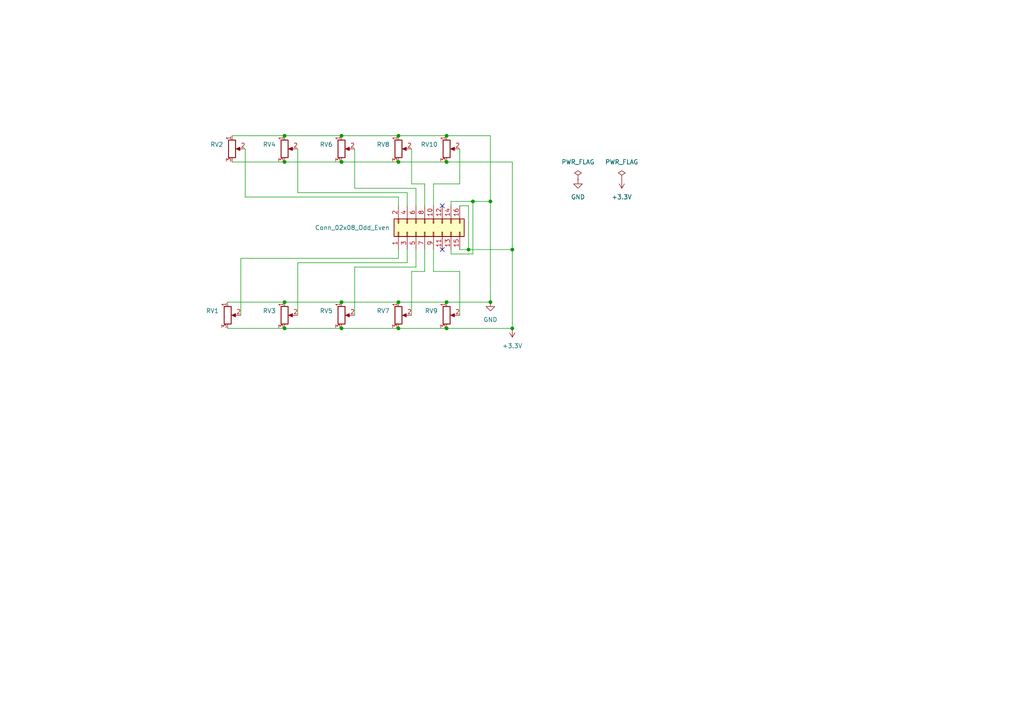
<source format=kicad_sch>
(kicad_sch (version 20231120) (generator "eeschema") (generator_version "8.0")
  (paper "A4")
  (lib_symbols
    (symbol "Connector_Generic:Conn_02x08_Odd_Even" (pin_names (offset 1.016) hide)
      (property "Reference" "J" (at 1.27 10.16 0))
      (property "Value" "Conn_02x08_Odd_Even" (at 1.27 -12.7 0))
      (symbol "Conn_02x08_Odd_Even_1_1"
        (rectangle (start -1.27 -10.033) (end 0 -10.287) (stroke (width 0.1524)))
        (rectangle (start -1.27 -7.493) (end 0 -7.747) (stroke (width 0.1524)))
        (rectangle (start -1.27 -4.953) (end 0 -5.207) (stroke (width 0.1524)))
        (rectangle (start -1.27 -2.413) (end 0 -2.667) (stroke (width 0.1524)))
        (rectangle (start -1.27 0.127) (end 0 -0.127) (stroke (width 0.1524)))
        (rectangle (start -1.27 2.667) (end 0 2.413) (stroke (width 0.1524)))
        (rectangle (start -1.27 5.207) (end 0 4.953) (stroke (width 0.1524)))
        (rectangle (start -1.27 7.747) (end 0 7.493) (stroke (width 0.1524)))
        (rectangle (start -1.27 8.89) (end 3.81 -11.43) (stroke (width 0.254)) (fill (type background)))
        (rectangle (start 3.81 -10.033) (end 2.54 -10.287) (stroke (width 0.1524)))
        (rectangle (start 3.81 -7.493) (end 2.54 -7.747) (stroke (width 0.1524)))
        (rectangle (start 3.81 -4.953) (end 2.54 -5.207) (stroke (width 0.1524)))
        (rectangle (start 3.81 -2.413) (end 2.54 -2.667) (stroke (width 0.1524)))
        (rectangle (start 3.81 0.127) (end 2.54 -0.127) (stroke (width 0.1524)))
        (rectangle (start 3.81 2.667) (end 2.54 2.413) (stroke (width 0.1524)))
        (rectangle (start 3.81 5.207) (end 2.54 4.953) (stroke (width 0.1524)))
        (rectangle (start 3.81 7.747) (end 2.54 7.493) (stroke (width 0.1524)))
        (pin passive line (at -5.08 7.62 0) (length 3.81) (name "Pin_1") (number "1"))
        (pin passive line (at 7.62 -2.54 180) (length 3.81) (name "Pin_10") (number "10"))
        (pin passive line (at -5.08 -5.08 0) (length 3.81) (name "Pin_11") (number "11"))
        (pin passive line (at 7.62 -5.08 180) (length 3.81) (name "Pin_12") (number "12"))
        (pin passive line (at -5.08 -7.62 0) (length 3.81) (name "Pin_13") (number "13"))
        (pin passive line (at 7.62 -7.62 180) (length 3.81) (name "Pin_14") (number "14"))
        (pin passive line (at -5.08 -10.16 0) (length 3.81) (name "Pin_15") (number "15"))
        (pin passive line (at 7.62 -10.16 180) (length 3.81) (name "Pin_16") (number "16"))
        (pin passive line (at 7.62 7.62 180) (length 3.81) (name "Pin_2") (number "2"))
        (pin passive line (at -5.08 5.08 0) (length 3.81) (name "Pin_3") (number "3"))
        (pin passive line (at 7.62 5.08 180) (length 3.81) (name "Pin_4") (number "4"))
        (pin passive line (at -5.08 2.54 0) (length 3.81) (name "Pin_5") (number "5"))
        (pin passive line (at 7.62 2.54 180) (length 3.81) (name "Pin_6") (number "6"))
        (pin passive line (at -5.08 0 0) (length 3.81) (name "Pin_7") (number "7"))
        (pin passive line (at 7.62 0 180) (length 3.81) (name "Pin_8") (number "8"))
        (pin passive line (at -5.08 -2.54 0) (length 3.81) (name "Pin_9") (number "9"))
      )
    )
    (symbol "Device:R_Potentiometer" (pin_names (offset 1.016) hide)
      (property "Reference" "RV" (at -4.445 0 90))
      (property "Value" "R_Potentiometer" (at -2.54 0 90))
      (symbol "R_Potentiometer_0_1"
        (polyline (pts (xy 2.54 0) (xy 1.524 0)))
        (polyline (pts (xy 1.143 0) (xy 2.286 0.508) (xy 2.286 -0.508) (xy 1.143 0)) (fill (type outline)))
        (rectangle (start 1.016 2.54) (end -1.016 -2.54) (stroke (width 0.254)))
      )
      (symbol "R_Potentiometer_1_1"
        (pin passive line (at 0 3.81 270) (length 1.27) (name "1") (number "1"))
        (pin passive line (at 3.81 0 180) (length 1.27) (name "2") (number "2"))
        (pin passive line (at 0 -3.81 90) (length 1.27) (name "3") (number "3"))
      )
    )
    (symbol "power:+3.3V" (power) (pin_numbers hide) (pin_names (offset 0) hide)
      (property "Value" "+3.3V" (at 0 3.556 0))
      (symbol "+3.3V_0_1"
        (polyline (pts (xy -0.762 1.27) (xy 0 2.54)))
        (polyline (pts (xy 0 0) (xy 0 2.54)))
        (polyline (pts (xy 0 2.54) (xy 0.762 1.27)))
      )
      (symbol "+3.3V_1_1"
        (pin power_in line (at 0 0 90) (length 0) (name "~") (number "1"))
      )
    )
    (symbol "power:GND" (power) (pin_numbers hide) (pin_names (offset 0) hide)
      (property "Value" "GND" (at 0 -3.81 0))
      (symbol "GND_0_1"
        (polyline (pts (xy 0 0) (xy 0 -1.27) (xy 1.27 -1.27) (xy 0 -2.54) (xy -1.27 -1.27) (xy 0 -1.27)))
      )
      (symbol "GND_1_1"
        (pin power_in line (at 0 0 270) (length 0) (name "~") (number "1"))
      )
    )
    (symbol "power:PWR_FLAG" (power) (pin_numbers hide) (pin_names (offset 0) hide)
      (property "Value" "PWR_FLAG" (at 0 3.81 0))
      (symbol "PWR_FLAG_0_0"
        (pin power_out line (at 0 0 90) (length 0) (name "~") (number "1"))
      )
      (symbol "PWR_FLAG_0_1"
        (polyline (pts (xy 0 0) (xy 0 1.27) (xy -1.016 1.905) (xy 0 2.54) (xy 1.016 1.905) (xy 0 1.27)))
      )
    )
  )
  (junction (at 148.59 95.25))
  (junction (at 82.55 46.99))
  (junction (at 99.06 95.25))
  (junction (at 129.54 87.63))
  (junction (at 115.57 87.63))
  (junction (at 82.55 39.37))
  (junction (at 135.89 72.39))
  (junction (at 142.24 58.42))
  (junction (at 129.54 46.99))
  (junction (at 82.55 95.25))
  (junction (at 82.55 87.63))
  (junction (at 115.57 39.37))
  (junction (at 115.57 46.99))
  (junction (at 99.06 87.63))
  (junction (at 137.16 58.42))
  (junction (at 129.54 39.37))
  (junction (at 129.54 95.25))
  (junction (at 148.59 72.39))
  (junction (at 99.06 46.99))
  (junction (at 115.57 95.25))
  (junction (at 99.06 39.37))
  (junction (at 142.24 87.63))
  (no_connect (at 128.27 72.39))
  (no_connect (at 128.27 59.69))
  (wire (pts (xy 142.24 39.37) (xy 142.24 58.42)))
  (wire (pts (xy 67.31 46.99) (xy 82.55 46.99)))
  (wire (pts (xy 120.65 77.47) (xy 120.65 72.39)))
  (wire (pts (xy 119.38 53.34) (xy 119.38 43.18)))
  (wire (pts (xy 99.06 46.99) (xy 115.57 46.99)))
  (wire (pts (xy 135.89 59.69) (xy 135.89 72.39)))
  (wire (pts (xy 148.59 72.39) (xy 148.59 95.25)))
  (wire (pts (xy 115.57 39.37) (xy 129.54 39.37)))
  (wire (pts (xy 99.06 39.37) (xy 115.57 39.37)))
  (wire (pts (xy 82.55 87.63) (xy 99.06 87.63)))
  (wire (pts (xy 102.87 91.44) (xy 102.87 77.47)))
  (wire (pts (xy 129.54 46.99) (xy 148.59 46.99)))
  (wire (pts (xy 133.35 53.34) (xy 133.35 43.18)))
  (wire (pts (xy 102.87 77.47) (xy 120.65 77.47)))
  (wire (pts (xy 86.36 55.88) (xy 118.11 55.88)))
  (wire (pts (xy 120.65 59.69) (xy 120.65 54.61)))
  (wire (pts (xy 142.24 58.42) (xy 142.24 87.63)))
  (wire (pts (xy 115.57 59.69) (xy 115.57 57.15)))
  (wire (pts (xy 135.89 72.39) (xy 148.59 72.39)))
  (wire (pts (xy 130.81 72.39) (xy 130.81 73.66)))
  (wire (pts (xy 125.73 78.74) (xy 125.73 72.39)))
  (wire (pts (xy 115.57 74.93) (xy 115.57 72.39)))
  (wire (pts (xy 69.85 74.93) (xy 115.57 74.93)))
  (wire (pts (xy 66.04 87.63) (xy 82.55 87.63)))
  (wire (pts (xy 86.36 43.18) (xy 86.36 55.88)))
  (wire (pts (xy 86.36 91.44) (xy 86.36 76.2)))
  (wire (pts (xy 133.35 78.74) (xy 125.73 78.74)))
  (wire (pts (xy 67.31 39.37) (xy 82.55 39.37)))
  (wire (pts (xy 123.19 59.69) (xy 123.19 53.34)))
  (wire (pts (xy 115.57 95.25) (xy 129.54 95.25)))
  (wire (pts (xy 129.54 39.37) (xy 142.24 39.37)))
  (wire (pts (xy 148.59 46.99) (xy 148.59 72.39)))
  (wire (pts (xy 137.16 73.66) (xy 130.81 73.66)))
  (wire (pts (xy 119.38 91.44) (xy 119.38 78.74)))
  (wire (pts (xy 115.57 46.99) (xy 129.54 46.99)))
  (wire (pts (xy 119.38 78.74) (xy 123.19 78.74)))
  (wire (pts (xy 129.54 87.63) (xy 142.24 87.63)))
  (wire (pts (xy 133.35 91.44) (xy 133.35 78.74)))
  (wire (pts (xy 99.06 87.63) (xy 115.57 87.63)))
  (wire (pts (xy 99.06 95.25) (xy 115.57 95.25)))
  (wire (pts (xy 137.16 58.42) (xy 142.24 58.42)))
  (wire (pts (xy 125.73 53.34) (xy 133.35 53.34)))
  (wire (pts (xy 130.81 59.69) (xy 130.81 58.42)))
  (wire (pts (xy 82.55 46.99) (xy 99.06 46.99)))
  (wire (pts (xy 137.16 58.42) (xy 137.16 73.66)))
  (wire (pts (xy 102.87 54.61) (xy 102.87 43.18)))
  (wire (pts (xy 69.85 91.44) (xy 69.85 74.93)))
  (wire (pts (xy 133.35 59.69) (xy 135.89 59.69)))
  (wire (pts (xy 115.57 57.15) (xy 71.12 57.15)))
  (wire (pts (xy 123.19 53.34) (xy 119.38 53.34)))
  (wire (pts (xy 115.57 87.63) (xy 129.54 87.63)))
  (wire (pts (xy 118.11 76.2) (xy 118.11 72.39)))
  (wire (pts (xy 118.11 55.88) (xy 118.11 59.69)))
  (wire (pts (xy 71.12 43.18) (xy 71.12 57.15)))
  (wire (pts (xy 125.73 59.69) (xy 125.73 53.34)))
  (wire (pts (xy 123.19 78.74) (xy 123.19 72.39)))
  (wire (pts (xy 82.55 39.37) (xy 99.06 39.37)))
  (wire (pts (xy 66.04 95.25) (xy 82.55 95.25)))
  (wire (pts (xy 86.36 76.2) (xy 118.11 76.2)))
  (wire (pts (xy 129.54 95.25) (xy 148.59 95.25)))
  (wire (pts (xy 133.35 72.39) (xy 135.89 72.39)))
  (wire (pts (xy 130.81 58.42) (xy 137.16 58.42)))
  (wire (pts (xy 82.55 95.25) (xy 99.06 95.25)))
  (wire (pts (xy 120.65 54.61) (xy 102.87 54.61)))
  (symbol (lib_id "Connector_Generic:Conn_02x08_Odd_Even") (at 123.19 67.31 90) (unit 1)
    (property "Reference" "J1" (effects (hide yes)))
    (property "Value" "Conn_02x08_Odd_Even" (at 113.03 66.0399 90) (effects (justify left)))
    (property "Footprint" "Connector_PinHeader_2.54mm:PinHeader_2x08_P2.54mm_Horizontal" (effects (hide yes)))
    (property "Description" "Generic connector, double row, 02x08, odd/even pin numbering scheme (row 1 odd numbers, row 2 even numbers), script generated (kicad-library-utils/schlib/autogen/connector/)" (effects (hide yes)))
  )
  (symbol (lib_id "power:GND") (at 142.24 87.63 0) (unit 1)
    (property "Reference" "#PWR2" (effects (hide yes)))
    (property "Value" "GND" (at 142.24 92.71 0))
    (property "Description" "Power symbol creates a global label with name \"GND\" , ground" (effects (hide yes)))
  )
  (symbol (lib_id "Device:R_Potentiometer") (at 67.31 43.18 0) (unit 1)
    (property "Reference" "RV2" (at 64.77 41.9099 0) (effects (justify right)))
    (property "Value" "R_Potentiometer" (effects (hide yes)))
    (property "Footprint" "eurorack_benjiao:Potentiometer_RV09" (effects (hide yes)))
    (property "Description" "Potentiometer" (effects (hide yes)))
  )
  (symbol (lib_id "Device:R_Potentiometer") (at 99.06 91.44 0) (unit 1)
    (property "Reference" "RV5" (at 96.52 90.1699 0) (effects (justify right)))
    (property "Value" "R_Potentiometer" (effects (hide yes)))
    (property "Footprint" "eurorack_benjiao:Potentiometer_RV09" (effects (hide yes)))
    (property "Description" "Potentiometer" (effects (hide yes)))
  )
  (symbol (lib_id "Device:R_Potentiometer") (at 115.57 91.44 0) (unit 1)
    (property "Reference" "RV7" (at 113.03 90.1699 0) (effects (justify right)))
    (property "Value" "R_Potentiometer" (effects (hide yes)))
    (property "Footprint" "eurorack_benjiao:Potentiometer_RV09" (effects (hide yes)))
    (property "Description" "Potentiometer" (effects (hide yes)))
  )
  (symbol (lib_id "Device:R_Potentiometer") (at 115.57 43.18 0) (unit 1)
    (property "Reference" "RV8" (at 113.03 41.9099 0) (effects (justify right)))
    (property "Value" "R_Potentiometer" (effects (hide yes)))
    (property "Footprint" "eurorack_benjiao:Potentiometer_RV09" (effects (hide yes)))
    (property "Description" "Potentiometer" (effects (hide yes)))
  )
  (symbol (lib_id "power:+3.3V") (at 148.59 95.25 180) (unit 1)
    (property "Reference" "#PWR3" (effects (hide yes)))
    (property "Value" "+3.3V" (at 148.59 100.33 0))
    (property "Description" "Power symbol creates a global label with name \"+3.3V\"" (effects (hide yes)))
  )
  (symbol (lib_id "power:PWR_FLAG") (at 167.64 52.07 0) (unit 1)
    (property "Reference" "#FLG2" (effects (hide yes)))
    (property "Value" "PWR_FLAG" (at 167.64 46.99 0))
    (property "Description" "Special symbol for telling ERC where power comes from" (effects (hide yes)))
  )
  (symbol (lib_id "Device:R_Potentiometer") (at 66.04 91.44 0) (unit 1)
    (property "Reference" "RV1" (at 63.5 90.1699 0) (effects (justify right)))
    (property "Value" "R_Potentiometer" (effects (hide yes)))
    (property "Footprint" "eurorack_benjiao:Potentiometer_RV09" (effects (hide yes)))
    (property "Description" "Potentiometer" (effects (hide yes)))
  )
  (symbol (lib_id "Device:R_Potentiometer") (at 99.06 43.18 0) (unit 1)
    (property "Reference" "RV6" (at 96.52 41.9099 0) (effects (justify right)))
    (property "Value" "R_Potentiometer" (effects (hide yes)))
    (property "Footprint" "eurorack_benjiao:Potentiometer_RV09" (effects (hide yes)))
    (property "Description" "Potentiometer" (effects (hide yes)))
  )
  (symbol (lib_id "power:PWR_FLAG") (at 180.34 52.07 0) (unit 1)
    (property "Reference" "#FLG1" (effects (hide yes)))
    (property "Value" "PWR_FLAG" (at 180.34 46.99 0))
    (property "Description" "Special symbol for telling ERC where power comes from" (effects (hide yes)))
  )
  (symbol (lib_id "Device:R_Potentiometer") (at 82.55 91.44 0) (unit 1)
    (property "Reference" "RV3" (at 80.01 90.1699 0) (effects (justify right)))
    (property "Value" "R_Potentiometer" (effects (hide yes)))
    (property "Footprint" "eurorack_benjiao:Potentiometer_RV09" (effects (hide yes)))
    (property "Description" "Potentiometer" (effects (hide yes)))
  )
  (symbol (lib_id "Device:R_Potentiometer") (at 82.55 43.18 0) (unit 1)
    (property "Reference" "RV4" (at 80.01 41.9099 0) (effects (justify right)))
    (property "Value" "R_Potentiometer" (effects (hide yes)))
    (property "Footprint" "eurorack_benjiao:Potentiometer_RV09" (effects (hide yes)))
    (property "Description" "Potentiometer" (effects (hide yes)))
  )
  (symbol (lib_id "Device:R_Potentiometer") (at 129.54 43.18 0) (unit 1)
    (property "Reference" "RV10" (at 127 41.9099 0) (effects (justify right)))
    (property "Value" "R_Potentiometer" (effects (hide yes)))
    (property "Footprint" "eurorack_benjiao:Potentiometer_RV09" (effects (hide yes)))
    (property "Description" "Potentiometer" (effects (hide yes)))
  )
  (symbol (lib_id "power:+3.3V") (at 180.34 52.07 180) (unit 1)
    (property "Reference" "#PWR1" (effects (hide yes)))
    (property "Value" "+3.3V" (at 180.34 57.15 0))
    (property "Description" "Power symbol creates a global label with name \"+3.3V\"" (effects (hide yes)))
  )
  (symbol (lib_id "power:GND") (at 167.64 52.07 0) (unit 1)
    (property "Reference" "#PWR4" (effects (hide yes)))
    (property "Value" "GND" (at 167.64 57.15 0))
    (property "Description" "Power symbol creates a global label with name \"GND\" , ground" (effects (hide yes)))
  )
  (symbol (lib_id "Device:R_Potentiometer") (at 129.54 91.44 0) (unit 1)
    (property "Reference" "RV9" (at 127 90.1699 0) (effects (justify right)))
    (property "Value" "R_Potentiometer" (effects (hide yes)))
    (property "Footprint" "eurorack_benjiao:Potentiometer_RV09" (effects (hide yes)))
    (property "Description" "Potentiometer" (effects (hide yes)))
  )
)
</source>
